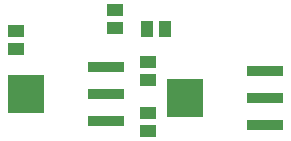
<source format=gtp>
G04 Layer_Color=8421504*
%FSLAX25Y25*%
%MOIN*%
G70*
G01*
G75*
%ADD10R,0.05512X0.04331*%
%ADD11R,0.04331X0.05512*%
%ADD12R,0.12402X0.12795*%
%ADD13R,0.12402X0.03543*%
D10*
X424500Y149547D02*
D03*
Y155453D02*
D03*
Y132547D02*
D03*
Y138453D02*
D03*
X380500Y160047D02*
D03*
Y165953D02*
D03*
X413500Y167047D02*
D03*
Y172953D02*
D03*
D11*
X424047Y166500D02*
D03*
X429953D02*
D03*
D12*
X383516Y145000D02*
D03*
X436516Y143500D02*
D03*
D13*
X410484Y154055D02*
D03*
Y145000D02*
D03*
Y135945D02*
D03*
X463484Y152555D02*
D03*
Y143500D02*
D03*
Y134445D02*
D03*
M02*

</source>
